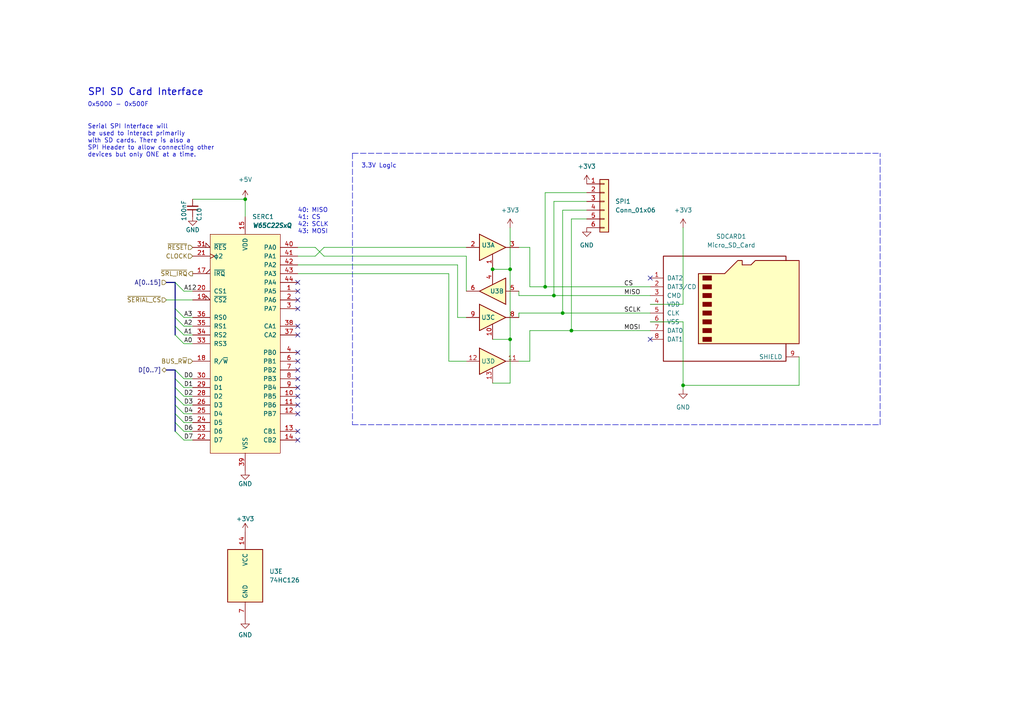
<source format=kicad_sch>
(kicad_sch (version 20211123) (generator eeschema)
  (paper "A4")
  (lib_symbols
    (symbol "65xx:W65C22SxQ" (pin_names (offset 1.016))
      (property "Reference" "U" (at -10.16 33.02 0))
      (property "Value" "W65C22SxQ" (at 0 0 90))
      (symbol "W65C22SxQ_0_1"
        (rectangle (start -10.16 31.75) (end 10.16 -31.75) (fill (type background)))
      )
      (symbol "W65C22SxQ_1_1"
        (pin bidirectional line (at 15.24 15.24 180) (length 5.08) (name "PA5") (number "1"))
        (pin bidirectional line (at 15.24 -15.24 180) (length 5.08) (name "PB5") (number "10"))
        (pin bidirectional line (at 15.24 -17.78 180) (length 5.08) (name "PB6") (number "11"))
        (pin bidirectional line (at 15.24 -20.32 180) (length 5.08) (name "PB7") (number "12"))
        (pin input line (at 15.24 -25.4 180) (length 5.08) (name "CB1") (number "13"))
        (pin bidirectional line (at 15.24 -27.94 180) (length 5.08) (name "CB2") (number "14"))
        (pin power_in line (at 0 36.83 270) (length 5.08) (name "VDD") (number "15"))
        (pin no_connect non_logic (at -10.16 17.78 0) (length 2.54) hide (name "nc") (number "16"))
        (pin output output_low (at -15.24 20.32 0) (length 5.08) (name "~{IRQ}") (number "17"))
        (pin input line (at -15.24 -5.08 0) (length 5.08) (name "R/~{W}") (number "18"))
        (pin input input_low (at -15.24 12.7 0) (length 5.08) (name "~{CS2}") (number "19"))
        (pin bidirectional line (at 15.24 12.7 180) (length 5.08) (name "PA6") (number "2"))
        (pin input line (at -15.24 15.24 0) (length 5.08) (name "CS1") (number "20"))
        (pin input clock (at -15.24 25.4 0) (length 5.08) (name "ϕ2") (number "21"))
        (pin bidirectional line (at -15.24 -27.94 0) (length 5.08) (name "D7") (number "22"))
        (pin bidirectional line (at -15.24 -25.4 0) (length 5.08) (name "D6") (number "23"))
        (pin bidirectional line (at -15.24 -22.86 0) (length 5.08) (name "D5") (number "24"))
        (pin bidirectional line (at -15.24 -20.32 0) (length 5.08) (name "D4") (number "25"))
        (pin bidirectional line (at -15.24 -17.78 0) (length 5.08) (name "D3") (number "26"))
        (pin no_connect non_logic (at -10.16 10.16 0) (length 2.54) hide (name "nc") (number "27"))
        (pin bidirectional line (at -15.24 -15.24 0) (length 5.08) (name "D2") (number "28"))
        (pin bidirectional line (at -15.24 -12.7 0) (length 5.08) (name "D1") (number "29"))
        (pin bidirectional line (at 15.24 10.16 180) (length 5.08) (name "PA7") (number "3"))
        (pin bidirectional line (at -15.24 -10.16 0) (length 5.08) (name "D0") (number "30"))
        (pin input input_low (at -15.24 27.94 0) (length 5.08) (name "~{RES}") (number "31"))
        (pin no_connect non_logic (at -10.16 -2.54 0) (length 2.54) hide (name "nc") (number "32"))
        (pin input line (at -15.24 0 0) (length 5.08) (name "RS3") (number "33"))
        (pin input line (at -15.24 2.54 0) (length 5.08) (name "RS2") (number "34"))
        (pin input line (at -15.24 5.08 0) (length 5.08) (name "RS1") (number "35"))
        (pin input line (at -15.24 7.62 0) (length 5.08) (name "RS0") (number "36"))
        (pin bidirectional line (at 15.24 2.54 180) (length 5.08) (name "CA2") (number "37"))
        (pin input line (at 15.24 5.08 180) (length 5.08) (name "CA1") (number "38"))
        (pin power_in line (at 0 -36.83 90) (length 5.08) (name "VSS") (number "39"))
        (pin bidirectional line (at 15.24 -2.54 180) (length 5.08) (name "PB0") (number "4"))
        (pin bidirectional line (at 15.24 27.94 180) (length 5.08) (name "PA0") (number "40"))
        (pin bidirectional line (at 15.24 25.4 180) (length 5.08) (name "PA1") (number "41"))
        (pin bidirectional line (at 15.24 22.86 180) (length 5.08) (name "PA2") (number "42"))
        (pin bidirectional line (at 15.24 20.32 180) (length 5.08) (name "PA3") (number "43"))
        (pin bidirectional line (at 15.24 17.78 180) (length 5.08) (name "PA4") (number "44"))
        (pin no_connect non_logic (at -10.16 22.86 0) (length 2.54) hide (name "nc") (number "5"))
        (pin bidirectional line (at 15.24 -5.08 180) (length 5.08) (name "PB1") (number "6"))
        (pin bidirectional line (at 15.24 -7.62 180) (length 5.08) (name "PB2") (number "7"))
        (pin bidirectional line (at 15.24 -10.16 180) (length 5.08) (name "PB3") (number "8"))
        (pin bidirectional line (at 15.24 -12.7 180) (length 5.08) (name "PB4") (number "9"))
      )
    )
    (symbol "74xx:74LS126" (pin_names (offset 1.016))
      (property "Reference" "U" (at 0 1.27 0))
      (property "Value" "74LS126" (at 0 -1.27 0))
      (symbol "74LS126_1_0"
        (polyline (pts (xy -3.81 3.81) (xy -3.81 -3.81) (xy 3.81 0) (xy -3.81 3.81)) (stroke (width 0.254)) (fill (type background)))
        (pin input line (at 0 -6.35 90) (length 4.445) (name "~") (number "1"))
        (pin input line (at -7.62 0 0) (length 3.81) (name "~") (number "2"))
        (pin tri_state line (at 7.62 0 180) (length 3.81) (name "~") (number "3"))
      )
      (symbol "74LS126_2_0"
        (polyline (pts (xy -3.81 3.81) (xy -3.81 -3.81) (xy 3.81 0) (xy -3.81 3.81)) (stroke (width 0.254)) (fill (type background)))
        (pin input line (at 0 -6.35 90) (length 4.445) (name "~") (number "4"))
        (pin input line (at -7.62 0 0) (length 3.81) (name "~") (number "5"))
        (pin tri_state line (at 7.62 0 180) (length 3.81) (name "~") (number "6"))
      )
      (symbol "74LS126_3_0"
        (polyline (pts (xy -3.81 3.81) (xy -3.81 -3.81) (xy 3.81 0) (xy -3.81 3.81)) (stroke (width 0.254)) (fill (type background)))
        (pin input line (at 0 -6.35 90) (length 4.445) (name "~") (number "10"))
        (pin tri_state line (at 7.62 0 180) (length 3.81) (name "~") (number "8"))
        (pin input line (at -7.62 0 0) (length 3.81) (name "~") (number "9"))
      )
      (symbol "74LS126_4_0"
        (polyline (pts (xy -3.81 3.81) (xy -3.81 -3.81) (xy 3.81 0) (xy -3.81 3.81)) (stroke (width 0.254)) (fill (type background)))
        (pin tri_state line (at 7.62 0 180) (length 3.81) (name "~") (number "11"))
        (pin input line (at -7.62 0 0) (length 3.81) (name "~") (number "12"))
        (pin input line (at 0 -6.35 90) (length 4.445) (name "~") (number "13"))
      )
      (symbol "74LS126_5_0"
        (pin power_in line (at 0 12.7 270) (length 5.08) (name "VCC") (number "14"))
        (pin power_in line (at 0 -12.7 90) (length 5.08) (name "GND") (number "7"))
      )
      (symbol "74LS126_5_1"
        (rectangle (start -5.08 7.62) (end 5.08 -7.62) (stroke (width 0.254)) (fill (type background)))
      )
    )
    (symbol "Connector:Micro_SD_Card" (pin_names (offset 1.016))
      (property "Reference" "J" (at -16.51 15.24 0))
      (property "Value" "Micro_SD_Card" (at 16.51 15.24 0))
      (symbol "Micro_SD_Card_0_1"
        (rectangle (start -7.62 -9.525) (end -5.08 -10.795) (fill (type outline)))
        (rectangle (start -7.62 -6.985) (end -5.08 -8.255) (fill (type outline)))
        (rectangle (start -7.62 -4.445) (end -5.08 -5.715) (fill (type outline)))
        (rectangle (start -7.62 -1.905) (end -5.08 -3.175) (fill (type outline)))
        (rectangle (start -7.62 0.635) (end -5.08 -0.635) (fill (type outline)))
        (rectangle (start -7.62 3.175) (end -5.08 1.905) (fill (type outline)))
        (rectangle (start -7.62 5.715) (end -5.08 4.445) (fill (type outline)))
        (rectangle (start -7.62 8.255) (end -5.08 6.985) (fill (type outline)))
        (polyline (pts (xy 16.51 12.7) (xy 16.51 13.97) (xy -19.05 13.97) (xy -19.05 -16.51) (xy 16.51 -16.51) (xy 16.51 -11.43)) (stroke (width 0.254)))
        (polyline (pts (xy -8.89 -11.43) (xy -8.89 8.89) (xy -1.27 8.89) (xy 2.54 12.7) (xy 3.81 12.7) (xy 3.81 11.43) (xy 6.35 11.43) (xy 7.62 12.7) (xy 20.32 12.7) (xy 20.32 -11.43) (xy -8.89 -11.43)) (stroke (width 0.254)) (fill (type background)))
      )
      (symbol "Micro_SD_Card_1_1"
        (pin bidirectional line (at -22.86 7.62 0) (length 3.81) (name "DAT2") (number "1"))
        (pin bidirectional line (at -22.86 5.08 0) (length 3.81) (name "DAT3/CD") (number "2"))
        (pin input line (at -22.86 2.54 0) (length 3.81) (name "CMD") (number "3"))
        (pin power_in line (at -22.86 0 0) (length 3.81) (name "VDD") (number "4"))
        (pin input line (at -22.86 -2.54 0) (length 3.81) (name "CLK") (number "5"))
        (pin power_in line (at -22.86 -5.08 0) (length 3.81) (name "VSS") (number "6"))
        (pin bidirectional line (at -22.86 -7.62 0) (length 3.81) (name "DAT0") (number "7"))
        (pin bidirectional line (at -22.86 -10.16 0) (length 3.81) (name "DAT1") (number "8"))
        (pin passive line (at 20.32 -15.24 180) (length 3.81) (name "SHIELD") (number "9"))
      )
    )
    (symbol "Connector_Generic:Conn_01x06" (pin_names (offset 1.016) hide)
      (property "Reference" "J" (at 0 7.62 0))
      (property "Value" "Conn_01x06" (at 0 -10.16 0))
      (symbol "Conn_01x06_1_1"
        (rectangle (start -1.27 -7.493) (end 0 -7.747) (stroke (width 0.1524)))
        (rectangle (start -1.27 -4.953) (end 0 -5.207) (stroke (width 0.1524)))
        (rectangle (start -1.27 -2.413) (end 0 -2.667) (stroke (width 0.1524)))
        (rectangle (start -1.27 0.127) (end 0 -0.127) (stroke (width 0.1524)))
        (rectangle (start -1.27 2.667) (end 0 2.413) (stroke (width 0.1524)))
        (rectangle (start -1.27 5.207) (end 0 4.953) (stroke (width 0.1524)))
        (rectangle (start -1.27 6.35) (end 1.27 -8.89) (stroke (width 0.254)) (fill (type background)))
        (pin passive line (at -5.08 5.08 0) (length 3.81) (name "Pin_1") (number "1"))
        (pin passive line (at -5.08 2.54 0) (length 3.81) (name "Pin_2") (number "2"))
        (pin passive line (at -5.08 0 0) (length 3.81) (name "Pin_3") (number "3"))
        (pin passive line (at -5.08 -2.54 0) (length 3.81) (name "Pin_4") (number "4"))
        (pin passive line (at -5.08 -5.08 0) (length 3.81) (name "Pin_5") (number "5"))
        (pin passive line (at -5.08 -7.62 0) (length 3.81) (name "Pin_6") (number "6"))
      )
    )
    (symbol "Device:C_Small" (pin_numbers hide) (pin_names (offset 0.254) hide)
      (property "Reference" "C" (at 0.254 1.778 0))
      (property "Value" "C_Small" (at 0.254 -2.032 0))
      (symbol "C_Small_0_1"
        (polyline (pts (xy -1.524 -0.508) (xy 1.524 -0.508)) (stroke (width 0.3302)))
        (polyline (pts (xy -1.524 0.508) (xy 1.524 0.508)) (stroke (width 0.3048)))
      )
      (symbol "C_Small_1_1"
        (pin passive line (at 0 2.54 270) (length 2.032) (name "~") (number "1"))
        (pin passive line (at 0 -2.54 90) (length 2.032) (name "~") (number "2"))
      )
    )
    (symbol "power:+3.3V" (power) (pin_names (offset 0))
      (property "Value" "+3.3V" (at 0 3.556 0))
      (symbol "+3.3V_0_1"
        (polyline (pts (xy -0.762 1.27) (xy 0 2.54)))
        (polyline (pts (xy 0 0) (xy 0 2.54)))
        (polyline (pts (xy 0 2.54) (xy 0.762 1.27)))
      )
      (symbol "+3.3V_1_1"
        (pin power_in line (at 0 0 90) (length 0) hide (name "+3V3") (number "1"))
      )
    )
    (symbol "power:+5V" (power) (pin_names (offset 0))
      (property "Value" "+5V" (at 0 3.556 0))
      (symbol "+5V_0_1"
        (polyline (pts (xy -0.762 1.27) (xy 0 2.54)))
        (polyline (pts (xy 0 0) (xy 0 2.54)))
        (polyline (pts (xy 0 2.54) (xy 0.762 1.27)))
      )
      (symbol "+5V_1_1"
        (pin power_in line (at 0 0 90) (length 0) hide (name "+5V") (number "1"))
      )
    )
    (symbol "power:GND" (power) (pin_names (offset 0))
      (property "Value" "GND" (at 0 -3.81 0))
      (symbol "GND_0_1"
        (polyline (pts (xy 0 0) (xy 0 -1.27) (xy 1.27 -1.27) (xy 0 -2.54) (xy -1.27 -1.27) (xy 0 -1.27)))
      )
      (symbol "GND_1_1"
        (pin power_in line (at 0 0 270) (length 0) hide (name "GND") (number "1"))
      )
    )
  )
  (junction (at 158.115 83.185))
  (junction (at 160.655 85.725))
  (junction (at 165.735 95.885))
  (junction (at 142.875 78.105))
  (junction (at 147.955 98.425))
  (junction (at 147.955 78.105))
  (junction (at 198.12 111.76))
  (junction (at 71.12 57.785))
  (junction (at 163.195 90.805))
  (no_connect (at 86.36 127.635))
  (no_connect (at 86.36 125.095))
  (no_connect (at 86.36 114.935))
  (no_connect (at 86.36 117.475))
  (no_connect (at 86.36 120.015))
  (no_connect (at 86.36 97.155))
  (no_connect (at 86.36 102.235))
  (no_connect (at 86.36 104.775))
  (no_connect (at 86.36 107.315))
  (no_connect (at 86.36 109.855))
  (no_connect (at 86.36 112.395))
  (no_connect (at 86.36 94.615))
  (no_connect (at 86.36 81.915))
  (no_connect (at 86.36 84.455))
  (no_connect (at 86.36 86.995))
  (no_connect (at 86.36 89.535))
  (no_connect (at 188.595 98.425))
  (no_connect (at 188.595 80.645))
  (bus_entry (at 50.8 122.555) (size 2.54 2.54))
  (bus_entry (at 50.8 125.095) (size 2.54 2.54))
  (bus_entry (at 53.34 99.695) (size -2.54 -2.54))
  (bus_entry (at 53.34 84.455) (size -2.54 -2.54))
  (bus_entry (at 50.8 120.015) (size 2.54 2.54))
  (bus_entry (at 53.34 94.615) (size -2.54 -2.54))
  (bus_entry (at 50.8 117.475) (size 2.54 2.54))
  (bus_entry (at 53.34 97.155) (size -2.54 -2.54))
  (bus_entry (at 50.8 109.855) (size 2.54 2.54))
  (bus_entry (at 50.8 114.935) (size 2.54 2.54))
  (bus_entry (at 50.8 112.395) (size 2.54 2.54))
  (bus_entry (at 50.8 107.315) (size 2.54 2.54))
  (bus_entry (at 53.34 92.075) (size -2.54 -2.54))
  (wire (pts (xy 53.34 114.935) (xy 55.88 114.935)))
  (wire (pts (xy 231.775 111.76) (xy 198.12 111.76)))
  (wire (pts (xy 55.88 84.455) (xy 53.34 84.455)))
  (wire (pts (xy 147.955 66.04) (xy 147.955 78.105)))
  (wire (pts (xy 231.775 103.505) (xy 231.775 111.76)))
  (wire (pts (xy 170.18 55.88) (xy 158.115 55.88)))
  (wire (pts (xy 71.12 57.785) (xy 71.12 62.865)))
  (wire (pts (xy 147.955 78.105) (xy 142.875 78.105)))
  (wire (pts (xy 158.115 55.88) (xy 158.115 83.185)))
  (wire (pts (xy 53.34 109.855) (xy 55.88 109.855)))
  (wire (pts (xy 158.115 83.185) (xy 188.595 83.185)))
  (wire (pts (xy 93.98 71.755) (xy 91.44 74.295)))
  (wire (pts (xy 165.735 63.5) (xy 165.735 95.885)))
  (wire (pts (xy 53.34 120.015) (xy 55.88 120.015)))
  (bus (pts (xy 48.26 107.315) (xy 50.8 107.315)))
  (wire (pts (xy 132.715 76.835) (xy 132.715 92.075)))
  (bus (pts (xy 50.8 120.015) (xy 50.8 122.555)))
  (wire (pts (xy 170.18 60.96) (xy 163.195 60.96)))
  (wire (pts (xy 55.88 99.695) (xy 53.34 99.695)))
  (wire (pts (xy 150.495 90.805) (xy 163.195 90.805)))
  (wire (pts (xy 142.875 111.125) (xy 147.955 111.125)))
  (polyline (pts (xy 102.235 44.45) (xy 255.27 44.45)))
  (wire (pts (xy 55.88 57.785) (xy 71.12 57.785)))
  (wire (pts (xy 163.195 60.96) (xy 163.195 90.805)))
  (wire (pts (xy 163.195 90.805) (xy 188.595 90.805)))
  (bus (pts (xy 50.8 112.395) (xy 50.8 114.935)))
  (polyline (pts (xy 102.235 44.45) (xy 102.235 123.19)))
  (bus (pts (xy 50.8 109.855) (xy 50.8 112.395)))
  (wire (pts (xy 160.655 85.725) (xy 188.595 85.725)))
  (bus (pts (xy 50.8 117.475) (xy 50.8 120.015)))
  (wire (pts (xy 53.34 117.475) (xy 55.88 117.475)))
  (wire (pts (xy 150.495 85.725) (xy 160.655 85.725)))
  (wire (pts (xy 150.495 85.725) (xy 150.495 84.455)))
  (wire (pts (xy 55.88 97.155) (xy 53.34 97.155)))
  (bus (pts (xy 50.8 81.915) (xy 48.26 81.915)))
  (wire (pts (xy 86.36 71.755) (xy 91.44 71.755)))
  (wire (pts (xy 86.36 74.295) (xy 91.44 74.295)))
  (bus (pts (xy 50.8 107.315) (xy 50.8 109.855)))
  (wire (pts (xy 198.12 111.76) (xy 198.12 113.03)))
  (wire (pts (xy 132.715 92.075) (xy 135.255 92.075)))
  (wire (pts (xy 53.34 127.635) (xy 55.88 127.635)))
  (wire (pts (xy 55.88 92.075) (xy 53.34 92.075)))
  (wire (pts (xy 188.595 88.265) (xy 198.12 88.265)))
  (wire (pts (xy 86.36 79.375) (xy 130.175 79.375)))
  (wire (pts (xy 53.34 125.095) (xy 55.88 125.095)))
  (polyline (pts (xy 255.27 123.19) (xy 255.27 44.45)))
  (bus (pts (xy 50.8 92.075) (xy 50.8 94.615)))
  (wire (pts (xy 142.875 98.425) (xy 147.955 98.425)))
  (wire (pts (xy 93.98 71.755) (xy 135.255 71.755)))
  (wire (pts (xy 153.67 95.885) (xy 165.735 95.885)))
  (wire (pts (xy 165.735 95.885) (xy 188.595 95.885)))
  (wire (pts (xy 130.175 79.375) (xy 130.175 104.775)))
  (wire (pts (xy 160.655 58.42) (xy 160.655 85.725)))
  (wire (pts (xy 150.495 92.075) (xy 150.495 90.805)))
  (wire (pts (xy 86.36 76.835) (xy 132.715 76.835)))
  (bus (pts (xy 50.8 114.935) (xy 50.8 117.475)))
  (wire (pts (xy 147.955 78.105) (xy 147.955 98.425)))
  (wire (pts (xy 153.67 104.775) (xy 150.495 104.775)))
  (wire (pts (xy 153.67 83.185) (xy 153.67 71.755)))
  (wire (pts (xy 153.67 71.755) (xy 150.495 71.755)))
  (polyline (pts (xy 102.235 123.19) (xy 255.27 123.19)))
  (wire (pts (xy 170.18 63.5) (xy 165.735 63.5)))
  (bus (pts (xy 50.8 89.535) (xy 50.8 81.915)))
  (wire (pts (xy 53.34 112.395) (xy 55.88 112.395)))
  (wire (pts (xy 135.255 74.295) (xy 135.255 84.455)))
  (wire (pts (xy 188.595 93.345) (xy 198.12 93.345)))
  (wire (pts (xy 48.26 86.995) (xy 55.88 86.995)))
  (wire (pts (xy 147.955 98.425) (xy 147.955 111.125)))
  (wire (pts (xy 153.67 83.185) (xy 158.115 83.185)))
  (wire (pts (xy 198.12 66.04) (xy 198.12 88.265)))
  (wire (pts (xy 198.12 93.345) (xy 198.12 111.76)))
  (bus (pts (xy 50.8 94.615) (xy 50.8 97.155)))
  (wire (pts (xy 153.67 95.885) (xy 153.67 104.775)))
  (wire (pts (xy 53.34 122.555) (xy 55.88 122.555)))
  (wire (pts (xy 170.18 58.42) (xy 160.655 58.42)))
  (wire (pts (xy 130.175 104.775) (xy 135.255 104.775)))
  (wire (pts (xy 91.44 71.755) (xy 93.98 74.295)))
  (bus (pts (xy 50.8 122.555) (xy 50.8 125.095)))
  (wire (pts (xy 93.98 74.295) (xy 135.255 74.295)))
  (wire (pts (xy 55.88 94.615) (xy 53.34 94.615)))
  (bus (pts (xy 50.8 92.075) (xy 50.8 89.535)))
  (text "SPI SD Card Interface" (at 25.4 27.94 0) (effects (font (size 2 2) (thickness 0.254) bold) (justify left bottom)))
  (text "0x5000 - 0x500F" (at 25.4 31.115 0) (effects (font (size 1.27 1.27)) (justify left bottom)))
  (text "40: MISO\n41: CS\n42: SCLK\n43: MOSI" (at 86.36 67.945 0) (effects (font (size 1.27 1.27)) (justify left bottom)))
  (text "Serial SPI Interface will\nbe used to interact primarily \nwith SD cards. There is also a \nSPI Header to allow connecting other\ndevices but only ONE at a time." (at 25.4 45.72 0) (effects (font (size 1.27 1.27)) (justify left bottom)))
  (text "3.3V Logic" (at 104.775 48.895 0) (effects (font (size 1.27 1.27)) (justify left bottom)))
  (label "D4" (at 53.34 120.015 0))
  (label "D1" (at 53.34 112.395 0))
  (label "MOSI" (at 180.975 95.885 0))
  (label "A1" (at 53.34 97.155 0))
  (label "A2" (at 53.34 94.615 0))
  (label "A12" (at 53.34 84.455 0))
  (label "A3" (at 53.34 92.075 0))
  (label "SCLK" (at 180.975 90.805 0))
  (label "MISO" (at 180.975 85.725 0))
  (label "D0" (at 53.34 109.855 0))
  (label "D6" (at 53.34 125.095 0))
  (label "CS" (at 180.975 83.185 0))
  (label "D2" (at 53.34 114.935 0))
  (label "D7" (at 53.34 127.635 0))
  (label "D3" (at 53.34 117.475 0))
  (label "A0" (at 53.34 99.695 0))
  (label "D5" (at 53.34 122.555 0))
  (hierarchical_label "BUS_R~{W}" (shape input) (at 55.88 104.775 180))
  (hierarchical_label "A[0..15]" (shape input) (at 48.26 81.915 180))
  (hierarchical_label "~{RESET}" (shape input) (at 55.88 71.755 180))
  (hierarchical_label "~{SRL_IRQ}" (shape output) (at 55.88 79.375 180))
  (hierarchical_label "~{SERIAL_CS}" (shape input) (at 48.26 86.995 180))
  (hierarchical_label "CLOCK" (shape input) (at 55.88 74.295 180))
  (hierarchical_label "D[0..7]" (shape bidirectional) (at 48.26 107.315 180))
  (symbol (lib_id "Device:C_Small") (at 55.88 60.325 180) (unit 1)
    (property "Reference" "C10" (at 57.785 64.135 90) (effects (justify right)))
    (property "Value" "100nF" (at 53.34 64.135 90) (effects (justify right)))
    (property "Footprint" "Capacitor_SMD:C_0805_2012Metric" (effects hide))
  )
  (symbol (lib_id "power:GND") (at 71.12 179.705 0) (unit 1)
    (property "Reference" "#PWR0131" (effects hide))
    (property "Value" "GND" (at 71.12 184.15 0))
  )
  (symbol (lib_id "power:GND") (at 55.88 62.865 0) (unit 1)
    (property "Reference" "#PWR016" (effects hide))
    (property "Value" "GND" (at 55.88 66.675 0))
  )
  (symbol (lib_id "74xx:74LS126") (at 142.875 104.775 0) (unit 4)
    (property "Reference" "U3" (at 141.605 104.775 0))
    (property "Value" "74HC126" (effects hide))
    (property "Footprint" "Package_SO:SOIC-14_3.9x8.7mm_P1.27mm" (effects hide))
    (property "Datasheet" "https://www.ti.com/lit/ds/symlink/sn74lvc126a.pdf" (effects hide))
  )
  (symbol (lib_id "power:+5V") (at 71.12 57.785 0) (unit 1)
    (property "Reference" "#PWR0106" (effects hide))
    (property "Value" "+5V" (at 71.12 52.07 0))
  )
  (symbol (lib_id "power:GND") (at 170.18 66.04 0) (unit 1)
    (property "Reference" "#PWR0109" (effects hide))
    (property "Value" "GND" (at 170.18 71.12 0))
  )
  (symbol (lib_id "power:GND") (at 71.12 136.525 0) (unit 1)
    (property "Reference" "#PWR015" (effects hide))
    (property "Value" "GND" (at 71.12 140.335 0))
  )
  (symbol (lib_id "74xx:74LS126") (at 142.875 84.455 180) (unit 2)
    (property "Reference" "U3" (at 144.145 84.455 0))
    (property "Value" "74HC126" (effects hide))
    (property "Footprint" "Package_SO:SOIC-14_3.9x8.7mm_P1.27mm" (effects hide))
    (property "Datasheet" "https://www.ti.com/lit/ds/symlink/sn74lvc126a.pdf" (effects hide))
  )
  (symbol (lib_id "Connector_Generic:Conn_01x06") (at 175.26 58.42 0) (unit 1)
    (property "Reference" "SPI1" (at 178.435 58.4199 0) (effects (justify left)))
    (property "Value" "Conn_01x06" (at 178.435 60.9599 0) (effects (justify left)))
    (property "Footprint" "Connector_PinHeader_2.54mm:PinHeader_1x06_P2.54mm_Vertical" (effects hide))
  )
  (symbol (lib_id "Connector:Micro_SD_Card") (at 211.455 88.265 0) (unit 1)
    (property "Reference" "SDCARD1" (at 212.09 68.58 0))
    (property "Value" "Micro_SD_Card" (at 212.09 71.12 0))
    (property "Footprint" "Connector_Card:microSD_HC_Molex_104031-0811" (effects hide))
    (property "Datasheet" "http://katalog.we-online.de/em/datasheet/693072010801.pdf" (effects hide))
  )
  (symbol (lib_id "power:+3.3V") (at 147.955 66.04 0) (unit 1)
    (property "Reference" "#PWR0133" (effects hide))
    (property "Value" "+3.3V" (at 147.955 60.96 0))
  )
  (symbol (lib_id "power:+3.3V") (at 71.12 154.305 0) (unit 1)
    (property "Reference" "#PWR0130" (effects hide))
    (property "Value" "+3.3V" (at 71.12 150.495 0))
  )
  (symbol (lib_id "power:+3.3V") (at 198.12 66.04 0) (unit 1)
    (property "Reference" "#PWR021" (effects hide))
    (property "Value" "+3.3V" (at 198.12 60.96 0))
  )
  (symbol (lib_id "74xx:74LS126") (at 142.875 71.755 0) (unit 1)
    (property "Reference" "U3" (at 141.605 71.12 0))
    (property "Value" "74HC126" (effects hide))
    (property "Footprint" "Package_SO:SOIC-14_3.9x8.7mm_P1.27mm" (effects hide))
    (property "Datasheet" "https://www.ti.com/lit/ds/symlink/sn74lvc126a.pdf" (effects hide))
  )
  (symbol (lib_id "power:GND") (at 198.12 113.03 0) (unit 1)
    (property "Reference" "#PWR022" (effects hide))
    (property "Value" "GND" (at 198.12 118.11 0))
  )
  (symbol (lib_id "65xx:W65C22SxQ") (at 71.12 99.695 0) (unit 1)
    (property "Reference" "SERC1" (at 73.1394 62.865 0) (effects (justify left)))
    (property "Value" "W65C22SxQ" (at 73.1394 65.405 0) (effects (font bold italic) (justify left)))
    (property "Footprint" "Package_QFP:PQFP-44_10x10mm_P0.8mm" (effects hide))
    (property "Datasheet" "http://www.westerndesigncenter.com/wdc/documentation/w65c22.pdf" (effects hide))
  )
  (symbol (lib_id "74xx:74LS126") (at 71.12 167.005 0) (unit 5)
    (property "Reference" "U3" (at 78.105 165.7349 0) (effects (justify left)))
    (property "Value" "74HC126" (at 78.105 168.2749 0) (effects (justify left)))
    (property "Footprint" "Package_SO:SOIC-14_3.9x8.7mm_P1.27mm" (effects hide))
    (property "Datasheet" "https://www.ti.com/lit/ds/symlink/sn74lvc126a.pdf" (effects hide))
  )
  (symbol (lib_id "power:+3.3V") (at 170.18 53.34 0) (unit 1)
    (property "Reference" "#PWR0108" (effects hide))
    (property "Value" "+3.3V" (at 170.18 48.26 0))
  )
  (symbol (lib_id "74xx:74LS126") (at 142.875 92.075 0) (unit 3)
    (property "Reference" "U3" (at 141.605 92.075 0))
    (property "Value" "74HC126" (effects hide))
    (property "Footprint" "Package_SO:SOIC-14_3.9x8.7mm_P1.27mm" (effects hide))
    (property "Datasheet" "https://www.ti.com/lit/ds/symlink/sn74lvc126a.pdf" (effects hide))
  )
)
</source>
